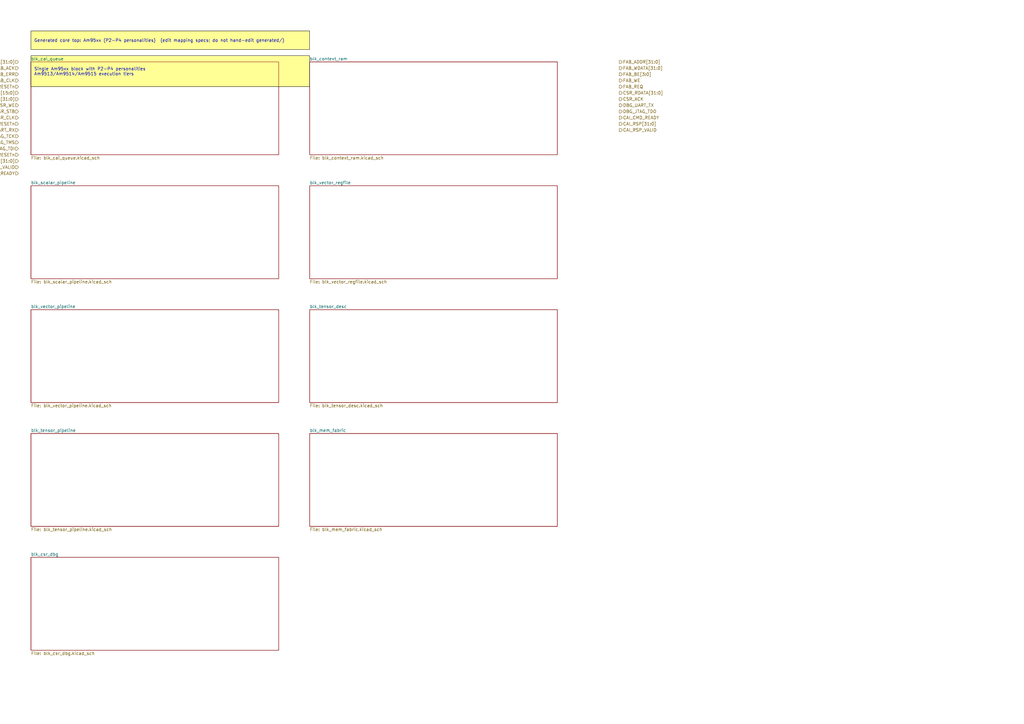
<source format=kicad_sch>
(kicad_sch
	(version 20250114)
	(generator "kicadgen")
	(generator_version "0.2")
	(uuid "e542e643-afd8-52d6-9935-17666d649c12")
	(paper "A3")
	(title_block
		(title "Am95xx (P2-P4 personalities) (generated)")
		(company "Project Carbon")
		(comment 1 "Generated - do not edit in generated/")
		(comment 2 "Edit in schem/kicad9/manual/ or refine mapping specs")
	)
	(lib_symbols)
	(text_box
		"Generated core top: Am95xx (P2-P4 personalities)  (edit mapping specs; do not hand-edit generated/)"
		(exclude_from_sim no)
		(at
			12.7
			12.7
			0
		)
		(size 114.3 7.62)
		(margins
			1.27
			1.27
			1.27
			1.27
		)
		(stroke
			(width 0)
			(type default)
			(color
				0
				0
				0
				1
			)
		)
		(fill
			(type color)
			(color
				255
				255
				150
				1
			)
		)
		(effects
			(font
				(size 1.27 1.27)
			)
			(justify left)
		)
		(uuid "e70c5eba-0be2-5958-aa4c-c21c4ee2493a")
	)
	(text_box
		"Single Am95xx block with P2-P4 personalities\nAm9513/Am9514/Am9515 execution tiers"
		(exclude_from_sim no)
		(at
			12.7
			22.86
			0
		)
		(size 114.3 12.7)
		(margins
			1.27
			1.27
			1.27
			1.27
		)
		(stroke
			(width 0)
			(type default)
			(color
				0
				0
				0
				1
			)
		)
		(fill
			(type color)
			(color
				255
				255
				150
				1
			)
		)
		(effects
			(font
				(size 1.27 1.27)
			)
			(justify left)
		)
		(uuid "f8a2d91f-fd62-5e92-844f-8ff9fc27c424")
	)
	(sheet
		(at 12.7 25.4)
		(size 101.6 38.1)
		(exclude_from_sim no)
		(in_bom yes)
		(on_board yes)
		(dnp no)
		(stroke
			(width 0)
			(type solid)
		)
		(fill
			(color
				0
				0
				0
				0
			)
		)
		(uuid "d24095ee-b83b-5e9d-a4ca-30a52a7e68d4")
		(property
			"Sheetname"
			"blk_cai_queue"
			(at
				12.7
				24.13
				0
			)
			(effects
				(font
					(size 1.27 1.27)
				)
				(justify left)
			)
		)
		(property
			"Sheetfile"
			"blk_cai_queue.kicad_sch"
			(at
				12.7
				64.77
				0
			)
			(effects
				(font
					(size 1.27 1.27)
				)
				(justify left)
			)
		)
		(instances
			(project
				"core_Am95xx"
				(path
					"/e542e643-afd8-52d6-9935-17666d649c12"
					(page "2")
				)
			)
		)
	)
	(sheet
		(at 127 25.4)
		(size 101.6 38.1)
		(exclude_from_sim no)
		(in_bom yes)
		(on_board yes)
		(dnp no)
		(stroke
			(width 0)
			(type solid)
		)
		(fill
			(color
				0
				0
				0
				0
			)
		)
		(uuid "43200add-d4e1-5fd8-b100-05b49cba7719")
		(property
			"Sheetname"
			"blk_context_ram"
			(at
				127
				24.13
				0
			)
			(effects
				(font
					(size 1.27 1.27)
				)
				(justify left)
			)
		)
		(property
			"Sheetfile"
			"blk_context_ram.kicad_sch"
			(at
				127
				64.77
				0
			)
			(effects
				(font
					(size 1.27 1.27)
				)
				(justify left)
			)
		)
		(instances
			(project
				"core_Am95xx"
				(path
					"/e542e643-afd8-52d6-9935-17666d649c12"
					(page "3")
				)
			)
		)
	)
	(sheet
		(at 12.7 76.2)
		(size 101.6 38.1)
		(exclude_from_sim no)
		(in_bom yes)
		(on_board yes)
		(dnp no)
		(stroke
			(width 0)
			(type solid)
		)
		(fill
			(color
				0
				0
				0
				0
			)
		)
		(uuid "f7690c07-174e-5c0a-b560-61ac1324731c")
		(property
			"Sheetname"
			"blk_scalar_pipeline"
			(at
				12.7
				74.93
				0
			)
			(effects
				(font
					(size 1.27 1.27)
				)
				(justify left)
			)
		)
		(property
			"Sheetfile"
			"blk_scalar_pipeline.kicad_sch"
			(at
				12.7
				115.57
				0
			)
			(effects
				(font
					(size 1.27 1.27)
				)
				(justify left)
			)
		)
		(instances
			(project
				"core_Am95xx"
				(path
					"/e542e643-afd8-52d6-9935-17666d649c12"
					(page "4")
				)
			)
		)
	)
	(sheet
		(at 127 76.2)
		(size 101.6 38.1)
		(exclude_from_sim no)
		(in_bom yes)
		(on_board yes)
		(dnp no)
		(stroke
			(width 0)
			(type solid)
		)
		(fill
			(color
				0
				0
				0
				0
			)
		)
		(uuid "0f9da767-cc2e-5902-91b2-6d7d60800b2d")
		(property
			"Sheetname"
			"blk_vector_regfile"
			(at
				127
				74.93
				0
			)
			(effects
				(font
					(size 1.27 1.27)
				)
				(justify left)
			)
		)
		(property
			"Sheetfile"
			"blk_vector_regfile.kicad_sch"
			(at
				127
				115.57
				0
			)
			(effects
				(font
					(size 1.27 1.27)
				)
				(justify left)
			)
		)
		(instances
			(project
				"core_Am95xx"
				(path
					"/e542e643-afd8-52d6-9935-17666d649c12"
					(page "5")
				)
			)
		)
	)
	(sheet
		(at 12.7 127)
		(size 101.6 38.1)
		(exclude_from_sim no)
		(in_bom yes)
		(on_board yes)
		(dnp no)
		(stroke
			(width 0)
			(type solid)
		)
		(fill
			(color
				0
				0
				0
				0
			)
		)
		(uuid "6b1188d3-f51c-5930-b2f3-4551bf5512be")
		(property
			"Sheetname"
			"blk_vector_pipeline"
			(at
				12.7
				125.73
				0
			)
			(effects
				(font
					(size 1.27 1.27)
				)
				(justify left)
			)
		)
		(property
			"Sheetfile"
			"blk_vector_pipeline.kicad_sch"
			(at
				12.7
				166.37
				0
			)
			(effects
				(font
					(size 1.27 1.27)
				)
				(justify left)
			)
		)
		(instances
			(project
				"core_Am95xx"
				(path
					"/e542e643-afd8-52d6-9935-17666d649c12"
					(page "6")
				)
			)
		)
	)
	(sheet
		(at 127 127)
		(size 101.6 38.1)
		(exclude_from_sim no)
		(in_bom yes)
		(on_board yes)
		(dnp no)
		(stroke
			(width 0)
			(type solid)
		)
		(fill
			(color
				0
				0
				0
				0
			)
		)
		(uuid "5b15382f-7b4d-55fa-84c0-462acc58ea4f")
		(property
			"Sheetname"
			"blk_tensor_desc"
			(at
				127
				125.73
				0
			)
			(effects
				(font
					(size 1.27 1.27)
				)
				(justify left)
			)
		)
		(property
			"Sheetfile"
			"blk_tensor_desc.kicad_sch"
			(at
				127
				166.37
				0
			)
			(effects
				(font
					(size 1.27 1.27)
				)
				(justify left)
			)
		)
		(instances
			(project
				"core_Am95xx"
				(path
					"/e542e643-afd8-52d6-9935-17666d649c12"
					(page "7")
				)
			)
		)
	)
	(sheet
		(at 12.7 177.8)
		(size 101.6 38.1)
		(exclude_from_sim no)
		(in_bom yes)
		(on_board yes)
		(dnp no)
		(stroke
			(width 0)
			(type solid)
		)
		(fill
			(color
				0
				0
				0
				0
			)
		)
		(uuid "ba0e913d-c11e-5bf1-b7f6-312e0ab84b1f")
		(property
			"Sheetname"
			"blk_tensor_pipeline"
			(at
				12.7
				176.53
				0
			)
			(effects
				(font
					(size 1.27 1.27)
				)
				(justify left)
			)
		)
		(property
			"Sheetfile"
			"blk_tensor_pipeline.kicad_sch"
			(at
				12.7
				217.17
				0
			)
			(effects
				(font
					(size 1.27 1.27)
				)
				(justify left)
			)
		)
		(instances
			(project
				"core_Am95xx"
				(path
					"/e542e643-afd8-52d6-9935-17666d649c12"
					(page "8")
				)
			)
		)
	)
	(sheet
		(at 127 177.8)
		(size 101.6 38.1)
		(exclude_from_sim no)
		(in_bom yes)
		(on_board yes)
		(dnp no)
		(stroke
			(width 0)
			(type solid)
		)
		(fill
			(color
				0
				0
				0
				0
			)
		)
		(uuid "92c6f7d1-c5f2-5d82-8d5f-8f9dffd0604d")
		(property
			"Sheetname"
			"blk_mem_fabric"
			(at
				127
				176.53
				0
			)
			(effects
				(font
					(size 1.27 1.27)
				)
				(justify left)
			)
		)
		(property
			"Sheetfile"
			"blk_mem_fabric.kicad_sch"
			(at
				127
				217.17
				0
			)
			(effects
				(font
					(size 1.27 1.27)
				)
				(justify left)
			)
		)
		(instances
			(project
				"core_Am95xx"
				(path
					"/e542e643-afd8-52d6-9935-17666d649c12"
					(page "9")
				)
			)
		)
	)
	(sheet
		(at 12.7 228.6)
		(size 101.6 38.1)
		(exclude_from_sim no)
		(in_bom yes)
		(on_board yes)
		(dnp no)
		(stroke
			(width 0)
			(type solid)
		)
		(fill
			(color
				0
				0
				0
				0
			)
		)
		(uuid "aa752b21-736f-533f-a5b3-f0d68223c425")
		(property
			"Sheetname"
			"blk_csr_dbg"
			(at
				12.7
				227.33
				0
			)
			(effects
				(font
					(size 1.27 1.27)
				)
				(justify left)
			)
		)
		(property
			"Sheetfile"
			"blk_csr_dbg.kicad_sch"
			(at
				12.7
				267.97
				0
			)
			(effects
				(font
					(size 1.27 1.27)
				)
				(justify left)
			)
		)
		(instances
			(project
				"core_Am95xx"
				(path
					"/e542e643-afd8-52d6-9935-17666d649c12"
					(page "10")
				)
			)
		)
	)
	(hierarchical_label
		"FAB_ADDR[31:0]"
		(shape output)
		(at
			254
			25.4
			0
		)
		(effects
			(font
				(size 1.27 1.27)
			)
			(justify left)
		)
		(uuid "eae833b1-7d9e-5b58-b3b9-b0d95b47b3c7")
	)
	(hierarchical_label
		"FAB_WDATA[31:0]"
		(shape output)
		(at
			254
			27.94
			0
		)
		(effects
			(font
				(size 1.27 1.27)
			)
			(justify left)
		)
		(uuid "0470ff48-cd8e-50bf-8d80-6fb0ed402633")
	)
	(hierarchical_label
		"FAB_RDATA[31:0]"
		(shape input)
		(at
			7.62
			25.4
			180
		)
		(effects
			(font
				(size 1.27 1.27)
			)
			(justify right)
		)
		(uuid "21b34bfa-ec86-5830-a0fb-cf97b5733c41")
	)
	(hierarchical_label
		"FAB_BE[3:0]"
		(shape output)
		(at
			254
			30.48
			0
		)
		(effects
			(font
				(size 1.27 1.27)
			)
			(justify left)
		)
		(uuid "22ccec9a-a3e6-512a-a9c8-709930033578")
	)
	(hierarchical_label
		"FAB_WE"
		(shape output)
		(at
			254
			33.02
			0
		)
		(effects
			(font
				(size 1.27 1.27)
			)
			(justify left)
		)
		(uuid "951f981c-905e-5af4-b223-5778791b1123")
	)
	(hierarchical_label
		"FAB_REQ"
		(shape output)
		(at
			254
			35.56
			0
		)
		(effects
			(font
				(size 1.27 1.27)
			)
			(justify left)
		)
		(uuid "7d0b1777-f2cf-5671-a485-07d170ec4cfd")
	)
	(hierarchical_label
		"FAB_ACK"
		(shape input)
		(at
			7.62
			27.94
			180
		)
		(effects
			(font
				(size 1.27 1.27)
			)
			(justify right)
		)
		(uuid "f33c53fc-0f6c-5a21-953d-3e022e82aad3")
	)
	(hierarchical_label
		"FAB_ERR"
		(shape input)
		(at
			7.62
			30.48
			180
		)
		(effects
			(font
				(size 1.27 1.27)
			)
			(justify right)
		)
		(uuid "877f443c-ff03-570b-aaf9-1e8849186c87")
	)
	(hierarchical_label
		"FAB_CLK"
		(shape input)
		(at
			7.62
			33.02
			180
		)
		(effects
			(font
				(size 1.27 1.27)
			)
			(justify right)
		)
		(uuid "041fd6f6-9567-547b-8dab-a4a07df99939")
	)
	(hierarchical_label
		"FAB_RESETn"
		(shape input)
		(at
			7.62
			35.56
			180
		)
		(effects
			(font
				(size 1.27 1.27)
			)
			(justify right)
		)
		(uuid "89af3a44-69a0-515a-8831-de301c1a0a02")
	)
	(hierarchical_label
		"CSR_ADDR[15:0]"
		(shape input)
		(at
			7.62
			38.1
			180
		)
		(effects
			(font
				(size 1.27 1.27)
			)
			(justify right)
		)
		(uuid "d0902c67-c5c1-571e-aa57-7f2b2b01eece")
	)
	(hierarchical_label
		"CSR_WDATA[31:0]"
		(shape input)
		(at
			7.62
			40.64
			180
		)
		(effects
			(font
				(size 1.27 1.27)
			)
			(justify right)
		)
		(uuid "659fac8f-b932-5405-96ff-54eaeef89ea0")
	)
	(hierarchical_label
		"CSR_RDATA[31:0]"
		(shape output)
		(at
			254
			38.1
			0
		)
		(effects
			(font
				(size 1.27 1.27)
			)
			(justify left)
		)
		(uuid "4c202ace-8c1c-59f0-aca5-32e3111f32ae")
	)
	(hierarchical_label
		"CSR_WE"
		(shape input)
		(at
			7.62
			43.18
			180
		)
		(effects
			(font
				(size 1.27 1.27)
			)
			(justify right)
		)
		(uuid "8a3484ed-ca93-57bf-81ef-a31b94ee30dc")
	)
	(hierarchical_label
		"CSR_STB"
		(shape input)
		(at
			7.62
			45.72
			180
		)
		(effects
			(font
				(size 1.27 1.27)
			)
			(justify right)
		)
		(uuid "2d474a2e-bf5d-5aeb-b955-9a831552d145")
	)
	(hierarchical_label
		"CSR_ACK"
		(shape output)
		(at
			254
			40.64
			0
		)
		(effects
			(font
				(size 1.27 1.27)
			)
			(justify left)
		)
		(uuid "746d7148-1865-5878-b05d-39bb75152cff")
	)
	(hierarchical_label
		"CSR_CLK"
		(shape input)
		(at
			7.62
			48.26
			180
		)
		(effects
			(font
				(size 1.27 1.27)
			)
			(justify right)
		)
		(uuid "78b4dfef-6061-5778-a562-e7db891fae61")
	)
	(hierarchical_label
		"CSR_RESETn"
		(shape input)
		(at
			7.62
			50.8
			180
		)
		(effects
			(font
				(size 1.27 1.27)
			)
			(justify right)
		)
		(uuid "3f992ca8-8583-5c26-ae64-8dd1d0d21f23")
	)
	(hierarchical_label
		"DBG_UART_TX"
		(shape output)
		(at
			254
			43.18
			0
		)
		(effects
			(font
				(size 1.27 1.27)
			)
			(justify left)
		)
		(uuid "6e4a35eb-905c-5852-a61d-0482722cfd41")
	)
	(hierarchical_label
		"DBG_UART_RX"
		(shape input)
		(at
			7.62
			53.34
			180
		)
		(effects
			(font
				(size 1.27 1.27)
			)
			(justify right)
		)
		(uuid "5b6022a9-6ffa-5565-8faf-344b5fb40aaa")
	)
	(hierarchical_label
		"DBG_JTAG_TCK"
		(shape input)
		(at
			7.62
			55.88
			180
		)
		(effects
			(font
				(size 1.27 1.27)
			)
			(justify right)
		)
		(uuid "c1c4777d-5046-50bf-a717-8672bd183ce1")
	)
	(hierarchical_label
		"DBG_JTAG_TMS"
		(shape input)
		(at
			7.62
			58.42
			180
		)
		(effects
			(font
				(size 1.27 1.27)
			)
			(justify right)
		)
		(uuid "181cff44-0a2a-56bc-9b7b-8af6615f425b")
	)
	(hierarchical_label
		"DBG_JTAG_TDI"
		(shape input)
		(at
			7.62
			60.96
			180
		)
		(effects
			(font
				(size 1.27 1.27)
			)
			(justify right)
		)
		(uuid "a382a60b-6dcf-53f6-8403-90b22e2b2348")
	)
	(hierarchical_label
		"DBG_JTAG_TDO"
		(shape output)
		(at
			254
			45.72
			0
		)
		(effects
			(font
				(size 1.27 1.27)
			)
			(justify left)
		)
		(uuid "0f1324f7-5399-57b3-80e5-6c948f3734a3")
	)
	(hierarchical_label
		"DBG_RESETn"
		(shape input)
		(at
			7.62
			63.5
			180
		)
		(effects
			(font
				(size 1.27 1.27)
			)
			(justify right)
		)
		(uuid "40b08dd3-d0d2-5ee8-b7cd-0b72a8a47580")
	)
	(hierarchical_label
		"CAI_CMD[31:0]"
		(shape input)
		(at
			7.62
			66.04
			180
		)
		(effects
			(font
				(size 1.27 1.27)
			)
			(justify right)
		)
		(uuid "aea56d2f-e776-5bf2-9e33-ace199c4cc2d")
	)
	(hierarchical_label
		"CAI_CMD_VALID"
		(shape input)
		(at
			7.62
			68.58
			180
		)
		(effects
			(font
				(size 1.27 1.27)
			)
			(justify right)
		)
		(uuid "43ea90b9-a1bd-5cc0-bffb-e0a6f5df4c22")
	)
	(hierarchical_label
		"CAI_CMD_READY"
		(shape output)
		(at
			254
			48.26
			0
		)
		(effects
			(font
				(size 1.27 1.27)
			)
			(justify left)
		)
		(uuid "d1e22fcf-3de5-5aa9-8daa-a952e27dabf3")
	)
	(hierarchical_label
		"CAI_RSP[31:0]"
		(shape output)
		(at
			254
			50.8
			0
		)
		(effects
			(font
				(size 1.27 1.27)
			)
			(justify left)
		)
		(uuid "0f17e551-214c-51b1-86ae-8db0b48a5a8c")
	)
	(hierarchical_label
		"CAI_RSP_VALID"
		(shape output)
		(at
			254
			53.34
			0
		)
		(effects
			(font
				(size 1.27 1.27)
			)
			(justify left)
		)
		(uuid "0e171ad8-d022-551d-8299-e1a2d0e7044b")
	)
	(hierarchical_label
		"CAI_RSP_READY"
		(shape input)
		(at
			7.62
			71.12
			180
		)
		(effects
			(font
				(size 1.27 1.27)
			)
			(justify right)
		)
		(uuid "4dfe6b64-ba64-5ff0-bd33-3fa6e0bd7316")
	)
	(sheet_instances
		(path
			"/"
			(page "1")
		)
	)
	(embedded_fonts no)
)

</source>
